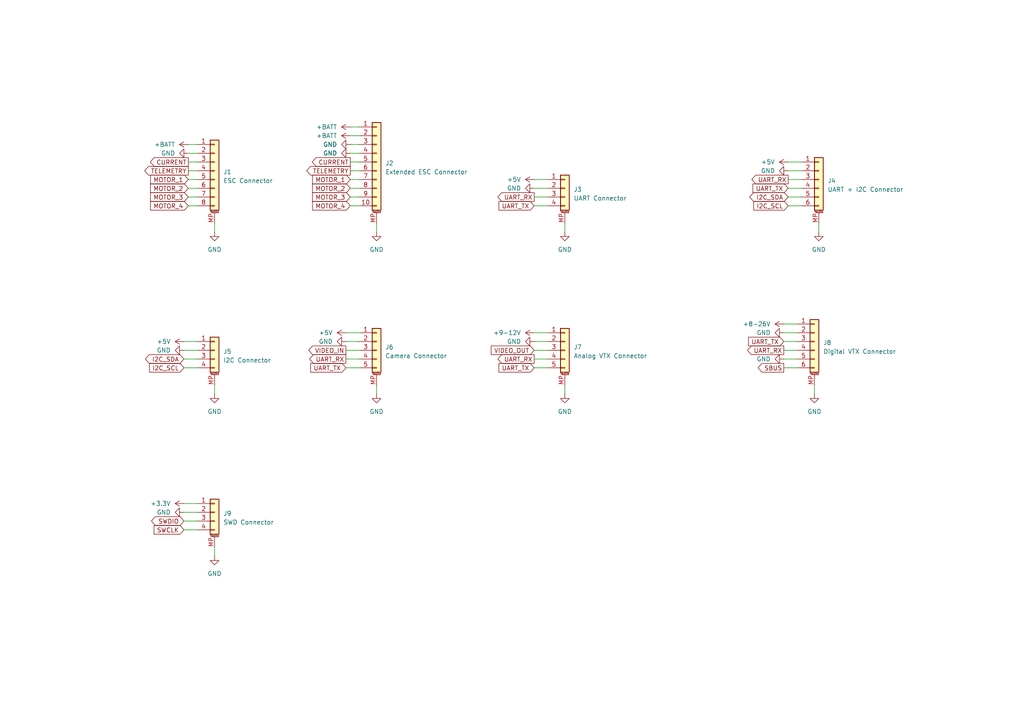
<source format=kicad_sch>
(kicad_sch (version 20231120) (generator "eeschema") (generator_version "8.0")
  (paper "A4")
  (title_block (title "Betaflight Connector Standard Reference") (date "2025-05-08") (rev "1") (company "Betaflight"))
  (lib_symbols
    (symbol "Connector_Generic_MountingPin:Conn_01x04_MountingPin" (pin_names (offset 1.016) hide)
      (property "Reference" "J" (at 0 5.08 0))
      (property "Value" "Conn_01x04_MountingPin" (at 1.27 -7.62 0))
      (symbol "Conn_01x04_MountingPin_1_1"
        (rectangle (start -1.27 -4.953) (end 0 -5.207) (stroke (width 0.1524)))
        (rectangle (start -1.27 -2.413) (end 0 -2.667) (stroke (width 0.1524)))
        (rectangle (start -1.27 0.127) (end 0 -0.127) (stroke (width 0.1524)))
        (rectangle (start -1.27 2.667) (end 0 2.413) (stroke (width 0.1524)))
        (rectangle (start -1.27 3.81) (end 1.27 -6.35) (stroke (width 0.254)) (fill (type background)))
        (polyline (pts (xy -1.016 -7.112) (xy 1.016 -7.112)) (stroke (width 0.1524)))
        (text "Mounting" (at 0 -6.731 0) (effects (font (size 0.381 0.381))))
        (pin passive line (at -5.08 2.54 0) (length 3.81) (name "Pin_1") (number "1"))
        (pin passive line (at -5.08 0 0) (length 3.81) (name "Pin_2") (number "2"))
        (pin passive line (at -5.08 -2.54 0) (length 3.81) (name "Pin_3") (number "3"))
        (pin passive line (at -5.08 -5.08 0) (length 3.81) (name "Pin_4") (number "4"))
        (pin passive line (at 0 -10.16 90) (length 3.048) (name "MountPin") (number "MP"))
      )
    )
    (symbol "Connector_Generic_MountingPin:Conn_01x05_MountingPin" (pin_names (offset 1.016) hide)
      (property "Reference" "J" (at 0 7.62 0))
      (property "Value" "Conn_01x05_MountingPin" (at 1.27 -7.62 0))
      (symbol "Conn_01x05_MountingPin_1_1"
        (rectangle (start -1.27 -4.953) (end 0 -5.207) (stroke (width 0.1524)))
        (rectangle (start -1.27 -2.413) (end 0 -2.667) (stroke (width 0.1524)))
        (rectangle (start -1.27 0.127) (end 0 -0.127) (stroke (width 0.1524)))
        (rectangle (start -1.27 2.667) (end 0 2.413) (stroke (width 0.1524)))
        (rectangle (start -1.27 5.207) (end 0 4.953) (stroke (width 0.1524)))
        (rectangle (start -1.27 6.35) (end 1.27 -6.35) (stroke (width 0.254)) (fill (type background)))
        (polyline (pts (xy -1.016 -7.112) (xy 1.016 -7.112)) (stroke (width 0.1524)))
        (text "Mounting" (at 0 -6.731 0) (effects (font (size 0.381 0.381))))
        (pin passive line (at -5.08 5.08 0) (length 3.81) (name "Pin_1") (number "1"))
        (pin passive line (at -5.08 2.54 0) (length 3.81) (name "Pin_2") (number "2"))
        (pin passive line (at -5.08 0 0) (length 3.81) (name "Pin_3") (number "3"))
        (pin passive line (at -5.08 -2.54 0) (length 3.81) (name "Pin_4") (number "4"))
        (pin passive line (at -5.08 -5.08 0) (length 3.81) (name "Pin_5") (number "5"))
        (pin passive line (at 0 -10.16 90) (length 3.048) (name "MountPin") (number "MP"))
      )
    )
    (symbol "Connector_Generic_MountingPin:Conn_01x06_MountingPin" (pin_names (offset 1.016) hide)
      (property "Reference" "J" (at 0 7.62 0))
      (property "Value" "Conn_01x06_MountingPin" (at 1.27 -10.16 0))
      (symbol "Conn_01x06_MountingPin_1_1"
        (rectangle (start -1.27 -7.493) (end 0 -7.747) (stroke (width 0.1524)))
        (rectangle (start -1.27 -4.953) (end 0 -5.207) (stroke (width 0.1524)))
        (rectangle (start -1.27 -2.413) (end 0 -2.667) (stroke (width 0.1524)))
        (rectangle (start -1.27 0.127) (end 0 -0.127) (stroke (width 0.1524)))
        (rectangle (start -1.27 2.667) (end 0 2.413) (stroke (width 0.1524)))
        (rectangle (start -1.27 5.207) (end 0 4.953) (stroke (width 0.1524)))
        (rectangle (start -1.27 6.35) (end 1.27 -8.89) (stroke (width 0.254)) (fill (type background)))
        (polyline (pts (xy -1.016 -9.652) (xy 1.016 -9.652)) (stroke (width 0.1524)))
        (text "Mounting" (at 0 -9.271 0) (effects (font (size 0.381 0.381))))
        (pin passive line (at -5.08 5.08 0) (length 3.81) (name "Pin_1") (number "1"))
        (pin passive line (at -5.08 2.54 0) (length 3.81) (name "Pin_2") (number "2"))
        (pin passive line (at -5.08 0 0) (length 3.81) (name "Pin_3") (number "3"))
        (pin passive line (at -5.08 -2.54 0) (length 3.81) (name "Pin_4") (number "4"))
        (pin passive line (at -5.08 -5.08 0) (length 3.81) (name "Pin_5") (number "5"))
        (pin passive line (at -5.08 -7.62 0) (length 3.81) (name "Pin_6") (number "6"))
        (pin passive line (at 0 -12.7 90) (length 3.048) (name "MountPin") (number "MP"))
      )
    )
    (symbol "Connector_Generic_MountingPin:Conn_01x08_MountingPin" (pin_names (offset 1.016) hide)
      (property "Reference" "J" (at 0 10.16 0))
      (property "Value" "Conn_01x08_MountingPin" (at 1.27 -12.7 0))
      (symbol "Conn_01x08_MountingPin_1_1"
        (rectangle (start -1.27 -10.033) (end 0 -10.287) (stroke (width 0.1524)))
        (rectangle (start -1.27 -7.493) (end 0 -7.747) (stroke (width 0.1524)))
        (rectangle (start -1.27 -4.953) (end 0 -5.207) (stroke (width 0.1524)))
        (rectangle (start -1.27 -2.413) (end 0 -2.667) (stroke (width 0.1524)))
        (rectangle (start -1.27 0.127) (end 0 -0.127) (stroke (width 0.1524)))
        (rectangle (start -1.27 2.667) (end 0 2.413) (stroke (width 0.1524)))
        (rectangle (start -1.27 5.207) (end 0 4.953) (stroke (width 0.1524)))
        (rectangle (start -1.27 7.747) (end 0 7.493) (stroke (width 0.1524)))
        (rectangle (start -1.27 8.89) (end 1.27 -11.43) (stroke (width 0.254)) (fill (type background)))
        (polyline (pts (xy -1.016 -12.192) (xy 1.016 -12.192)) (stroke (width 0.1524)))
        (text "Mounting" (at 0 -11.811 0) (effects (font (size 0.381 0.381))))
        (pin passive line (at -5.08 7.62 0) (length 3.81) (name "Pin_1") (number "1"))
        (pin passive line (at -5.08 5.08 0) (length 3.81) (name "Pin_2") (number "2"))
        (pin passive line (at -5.08 2.54 0) (length 3.81) (name "Pin_3") (number "3"))
        (pin passive line (at -5.08 0 0) (length 3.81) (name "Pin_4") (number "4"))
        (pin passive line (at -5.08 -2.54 0) (length 3.81) (name "Pin_5") (number "5"))
        (pin passive line (at -5.08 -5.08 0) (length 3.81) (name "Pin_6") (number "6"))
        (pin passive line (at -5.08 -7.62 0) (length 3.81) (name "Pin_7") (number "7"))
        (pin passive line (at -5.08 -10.16 0) (length 3.81) (name "Pin_8") (number "8"))
        (pin passive line (at 0 -15.24 90) (length 3.048) (name "MountPin") (number "MP"))
      )
    )
    (symbol "Connector_Generic_MountingPin:Conn_01x10_MountingPin" (pin_names (offset 1.016) hide)
      (property "Reference" "J" (at 0 12.7 0))
      (property "Value" "Conn_01x10_MountingPin" (at 1.27 -15.24 0))
      (symbol "Conn_01x10_MountingPin_1_1"
        (rectangle (start -1.27 -12.573) (end 0 -12.827) (stroke (width 0.1524)))
        (rectangle (start -1.27 -10.033) (end 0 -10.287) (stroke (width 0.1524)))
        (rectangle (start -1.27 -7.493) (end 0 -7.747) (stroke (width 0.1524)))
        (rectangle (start -1.27 -4.953) (end 0 -5.207) (stroke (width 0.1524)))
        (rectangle (start -1.27 -2.413) (end 0 -2.667) (stroke (width 0.1524)))
        (rectangle (start -1.27 0.127) (end 0 -0.127) (stroke (width 0.1524)))
        (rectangle (start -1.27 2.667) (end 0 2.413) (stroke (width 0.1524)))
        (rectangle (start -1.27 5.207) (end 0 4.953) (stroke (width 0.1524)))
        (rectangle (start -1.27 7.747) (end 0 7.493) (stroke (width 0.1524)))
        (rectangle (start -1.27 10.287) (end 0 10.033) (stroke (width 0.1524)))
        (rectangle (start -1.27 11.43) (end 1.27 -13.97) (stroke (width 0.254)) (fill (type background)))
        (polyline (pts (xy -1.016 -14.732) (xy 1.016 -14.732)) (stroke (width 0.1524)))
        (text "Mounting" (at 0 -14.351 0) (effects (font (size 0.381 0.381))))
        (pin passive line (at -5.08 10.16 0) (length 3.81) (name "Pin_1") (number "1"))
        (pin passive line (at -5.08 -12.7 0) (length 3.81) (name "Pin_10") (number "10"))
        (pin passive line (at -5.08 7.62 0) (length 3.81) (name "Pin_2") (number "2"))
        (pin passive line (at -5.08 5.08 0) (length 3.81) (name "Pin_3") (number "3"))
        (pin passive line (at -5.08 2.54 0) (length 3.81) (name "Pin_4") (number "4"))
        (pin passive line (at -5.08 0 0) (length 3.81) (name "Pin_5") (number "5"))
        (pin passive line (at -5.08 -2.54 0) (length 3.81) (name "Pin_6") (number "6"))
        (pin passive line (at -5.08 -5.08 0) (length 3.81) (name "Pin_7") (number "7"))
        (pin passive line (at -5.08 -7.62 0) (length 3.81) (name "Pin_8") (number "8"))
        (pin passive line (at -5.08 -10.16 0) (length 3.81) (name "Pin_9") (number "9"))
        (pin passive line (at 0 -17.78 90) (length 3.048) (name "MountPin") (number "MP"))
      )
    )
    (symbol "power:+5V" (power) (pin_numbers hide) (pin_names (offset 0) hide)
      (property "Value" "+5V" (at 0 3.556 0))
      (symbol "+5V_0_1"
        (polyline (pts (xy -0.762 1.27) (xy 0 2.54)))
        (polyline (pts (xy 0 0) (xy 0 2.54)))
        (polyline (pts (xy 0 2.54) (xy 0.762 1.27)))
      )
      (symbol "+5V_1_1"
        (pin power_in line (at 0 0 90) (length 0) (name "~") (number "1"))
      )
    )
    (symbol "power:+BATT" (power) (pin_numbers hide) (pin_names (offset 0) hide)
      (property "Value" "+BATT" (at 0 3.556 0))
      (symbol "+BATT_0_1"
        (polyline (pts (xy -0.762 1.27) (xy 0 2.54)))
        (polyline (pts (xy 0 0) (xy 0 2.54)))
        (polyline (pts (xy 0 2.54) (xy 0.762 1.27)))
      )
      (symbol "+BATT_1_1"
        (pin power_in line (at 0 0 90) (length 0) (name "~") (number "1"))
      )
    )
    (symbol "power:GND" (power) (pin_numbers hide) (pin_names (offset 0) hide)
      (property "Value" "GND" (at 0 -3.81 0))
      (symbol "GND_0_1"
        (polyline (pts (xy 0 0) (xy 0 -1.27) (xy 1.27 -1.27) (xy 0 -2.54) (xy -1.27 -1.27) (xy 0 -1.27)))
      )
      (symbol "GND_1_1"
        (pin power_in line (at 0 0 270) (length 0) (name "~") (number "1"))
      )
    )
  )
  (wire (pts (xy 109.22 111.76) (xy 109.22 114.3)))
  (wire (pts (xy 154.94 101.6) (xy 158.75 101.6)))
  (wire (pts (xy 54.61 59.69) (xy 57.15 59.69)))
  (wire (pts (xy 101.6 39.37) (xy 104.14 39.37)))
  (wire (pts (xy 101.6 44.45) (xy 104.14 44.45)))
  (wire (pts (xy 54.61 44.45) (xy 57.15 44.45)))
  (wire (pts (xy 54.61 57.15) (xy 57.15 57.15)))
  (wire (pts (xy 154.94 106.68) (xy 158.75 106.68)))
  (wire (pts (xy 54.61 49.53) (xy 57.15 49.53)))
  (wire (pts (xy 62.23 158.75) (xy 62.23 161.29)))
  (wire (pts (xy 101.6 54.61) (xy 104.14 54.61)))
  (wire (pts (xy 101.6 41.91) (xy 104.14 41.91)))
  (wire (pts (xy 54.61 52.07) (xy 57.15 52.07)))
  (wire (pts (xy 101.6 49.53) (xy 104.14 49.53)))
  (wire (pts (xy 228.6 57.15) (xy 232.41 57.15)))
  (wire (pts (xy 101.6 59.69) (xy 104.14 59.69)))
  (wire (pts (xy 54.61 41.91) (xy 57.15 41.91)))
  (wire (pts (xy 101.6 57.15) (xy 104.14 57.15)))
  (wire (pts (xy 154.94 52.07) (xy 158.75 52.07)))
  (wire (pts (xy 227.33 99.06) (xy 231.14 99.06)))
  (wire (pts (xy 227.33 101.6) (xy 231.14 101.6)))
  (wire (pts (xy 154.94 57.15) (xy 158.75 57.15)))
  (wire (pts (xy 101.6 52.07) (xy 104.14 52.07)))
  (wire (pts (xy 227.33 93.98) (xy 231.14 93.98)))
  (wire (pts (xy 163.83 64.77) (xy 163.83 67.31)))
  (wire (pts (xy 228.6 46.99) (xy 232.41 46.99)))
  (wire (pts (xy 228.6 49.53) (xy 232.41 49.53)))
  (wire (pts (xy 163.83 111.76) (xy 163.83 114.3)))
  (wire (pts (xy 154.94 96.52) (xy 158.75 96.52)))
  (wire (pts (xy 54.61 54.61) (xy 57.15 54.61)))
  (wire (pts (xy 227.33 96.52) (xy 231.14 96.52)))
  (wire (pts (xy 100.33 96.52) (xy 104.14 96.52)))
  (wire (pts (xy 227.33 106.68) (xy 231.14 106.68)))
  (wire (pts (xy 100.33 104.14) (xy 104.14 104.14)))
  (wire (pts (xy 101.6 46.99) (xy 104.14 46.99)))
  (wire (pts (xy 228.6 59.69) (xy 232.41 59.69)))
  (wire (pts (xy 100.33 101.6) (xy 104.14 101.6)))
  (wire (pts (xy 53.34 101.6) (xy 57.15 101.6)))
  (wire (pts (xy 154.94 104.14) (xy 158.75 104.14)))
  (wire (pts (xy 53.34 104.14) (xy 57.15 104.14)))
  (wire (pts (xy 227.33 104.14) (xy 231.14 104.14)))
  (wire (pts (xy 100.33 106.68) (xy 104.14 106.68)))
  (wire (pts (xy 154.94 99.06) (xy 158.75 99.06)))
  (wire (pts (xy 109.22 64.77) (xy 109.22 67.31)))
  (wire (pts (xy 53.34 148.59) (xy 57.15 148.59)))
  (wire (pts (xy 53.34 99.06) (xy 57.15 99.06)))
  (wire (pts (xy 53.34 153.67) (xy 57.15 153.67)))
  (wire (pts (xy 154.94 59.69) (xy 158.75 59.69)))
  (wire (pts (xy 53.34 151.13) (xy 57.15 151.13)))
  (wire (pts (xy 53.34 146.05) (xy 57.15 146.05)))
  (wire (pts (xy 236.22 111.76) (xy 236.22 114.3)))
  (wire (pts (xy 228.6 54.61) (xy 232.41 54.61)))
  (wire (pts (xy 53.34 106.68) (xy 57.15 106.68)))
  (wire (pts (xy 101.6 36.83) (xy 104.14 36.83)))
  (wire (pts (xy 62.23 111.76) (xy 62.23 114.3)))
  (wire (pts (xy 54.61 46.99) (xy 57.15 46.99)))
  (wire (pts (xy 237.49 64.77) (xy 237.49 67.31)))
  (wire (pts (xy 100.33 99.06) (xy 104.14 99.06)))
  (wire (pts (xy 62.23 64.77) (xy 62.23 67.31)))
  (wire (pts (xy 154.94 54.61) (xy 158.75 54.61)))
  (wire (pts (xy 228.6 52.07) (xy 232.41 52.07)))
  (global_label "VIDEO_IN" (shape output) (at 100.33 101.6 180) (property "Intersheetrefs" "${INTERSHEET_REFS}" (effects (hide yes))))
  (global_label "UART_RX" (shape output) (at 154.94 57.15 180) (property "Intersheetrefs" "${INTERSHEET_REFS}" (effects (hide yes))))
  (global_label "UART_TX" (shape input) (at 227.33 99.06 180) (property "Intersheetrefs" "${INTERSHEET_REFS}" (effects (hide yes))))
  (global_label "UART_TX" (shape input) (at 228.6 54.61 180) (property "Intersheetrefs" "${INTERSHEET_REFS}" (effects (hide yes))))
  (global_label "I2C_SCL" (shape input) (at 228.6 59.69 180) (property "Intersheetrefs" "${INTERSHEET_REFS}" (effects (hide yes))))
  (global_label "MOTOR_4" (shape input) (at 101.6 59.69 180) (property "Intersheetrefs" "${INTERSHEET_REFS}" (effects (hide yes))))
  (global_label "SBUS" (shape output) (at 227.33 106.68 180) (property "Intersheetrefs" "${INTERSHEET_REFS}" (effects (hide yes))))
  (global_label "SWCLK" (shape input) (at 53.34 153.67 180) (property "Intersheetrefs" "${INTERSHEET_REFS}" (effects (hide yes))))
  (global_label "SWDIO" (shape bidirectional) (at 53.34 151.13 180) (property "Intersheetrefs" "${INTERSHEET_REFS}" (effects (hide yes))))
  (global_label "UART_TX" (shape input) (at 154.94 59.69 180) (property "Intersheetrefs" "${INTERSHEET_REFS}" (effects (hide yes))))
  (global_label "UART_RX" (shape output) (at 228.6 52.07 180) (property "Intersheetrefs" "${INTERSHEET_REFS}" (effects (hide yes))))
  (global_label "UART_RX" (shape output) (at 154.94 104.14 180) (property "Intersheetrefs" "${INTERSHEET_REFS}" (effects (hide yes))))
  (global_label "VIDEO_OUT" (shape input) (at 154.94 101.6 180) (property "Intersheetrefs" "${INTERSHEET_REFS}" (effects (hide yes))))
  (global_label "UART_TX" (shape input) (at 154.94 106.68 180) (property "Intersheetrefs" "${INTERSHEET_REFS}" (effects (hide yes))))
  (global_label "CURRENT" (shape output) (at 101.6 46.99 180) (property "Intersheetrefs" "${INTERSHEET_REFS}" (effects (hide yes))))
  (global_label "MOTOR_1" (shape input) (at 101.6 52.07 180) (property "Intersheetrefs" "${INTERSHEET_REFS}" (effects (hide yes))))
  (global_label "MOTOR_1" (shape input) (at 54.61 52.07 180) (property "Intersheetrefs" "${INTERSHEET_REFS}" (effects (hide yes))))
  (global_label "I2C_SCL" (shape input) (at 53.34 106.68 180) (property "Intersheetrefs" "${INTERSHEET_REFS}" (effects (hide yes))))
  (global_label "UART_RX" (shape output) (at 100.33 104.14 180) (property "Intersheetrefs" "${INTERSHEET_REFS}" (effects (hide yes))))
  (global_label "TELEMETRY" (shape output) (at 101.6 49.53 180) (property "Intersheetrefs" "${INTERSHEET_REFS}" (effects (hide yes))))
  (global_label "CURRENT" (shape output) (at 54.61 46.99 180) (property "Intersheetrefs" "${INTERSHEET_REFS}" (effects (hide yes))))
  (global_label "I2C_SDA" (shape bidirectional) (at 53.34 104.14 180) (property "Intersheetrefs" "${INTERSHEET_REFS}" (effects (hide yes))))
  (global_label "MOTOR_3" (shape input) (at 101.6 57.15 180) (property "Intersheetrefs" "${INTERSHEET_REFS}" (effects (hide yes))))
  (global_label "UART_TX" (shape input) (at 100.33 106.68 180) (property "Intersheetrefs" "${INTERSHEET_REFS}" (effects (hide yes))))
  (global_label "TELEMETRY" (shape output) (at 54.61 49.53 180) (property "Intersheetrefs" "${INTERSHEET_REFS}" (effects (hide yes))))
  (global_label "MOTOR_2" (shape input) (at 54.61 54.61 180) (property "Intersheetrefs" "${INTERSHEET_REFS}" (effects (hide yes))))
  (global_label "MOTOR_3" (shape input) (at 54.61 57.15 180) (property "Intersheetrefs" "${INTERSHEET_REFS}" (effects (hide yes))))
  (global_label "I2C_SDA" (shape bidirectional) (at 228.6 57.15 180) (property "Intersheetrefs" "${INTERSHEET_REFS}" (effects (hide yes))))
  (global_label "MOTOR_4" (shape input) (at 54.61 59.69 180) (property "Intersheetrefs" "${INTERSHEET_REFS}" (effects (hide yes))))
  (global_label "MOTOR_2" (shape input) (at 101.6 54.61 180) (property "Intersheetrefs" "${INTERSHEET_REFS}" (effects (hide yes))))
  (global_label "UART_RX" (shape output) (at 227.33 101.6 180) (property "Intersheetrefs" "${INTERSHEET_REFS}" (effects (hide yes))))
  (symbol (lib_id "Connector_Generic_MountingPin:Conn_01x08_MountingPin") (at 62.23 49.53 0) (unit 1)
    (property "Reference" "J1" (at 64.77 49.8855 0) (effects (justify left)))
    (property "Value" "ESC Connector" (at 64.77 52.4255 0) (effects (justify left)))
    (property "Footprint" "Connector_JST:JST_SH_SM08B-SRSS-TB_1x08-1MP_P1.00mm_Horizontal" (effects (hide yes)))
    (property "Description" "Generic connectable mounting pin connector, single row, 01x08, script generated (kicad-library-utils/schlib/autogen/connector/)" (effects (hide yes)))
  )
  (symbol (lib_id "power:GND") (at 228.6 49.53 270) (unit 1)
    (property "Reference" "#PWR014" (effects (hide yes)))
    (property "Value" "GND" (at 224.79 49.5299 90) (effects (justify right)))
    (property "Description" "Power symbol creates a global label with name \"GND\" , ground" (effects (hide yes)))
  )
  (symbol (lib_id "power:GND") (at 54.61 44.45 270) (unit 1)
    (property "Reference" "#PWR02" (effects (hide yes)))
    (property "Value" "GND" (at 50.8 44.4499 90) (effects (justify right)))
    (property "Description" "Power symbol creates a global label with name \"GND\" , ground" (effects (hide yes)))
  )
  (symbol (lib_id "power:GND") (at 101.6 44.45 270) (unit 1)
    (property "Reference" "#PWR07" (effects (hide yes)))
    (property "Value" "GND" (at 97.79 44.4499 90) (effects (justify right)))
    (property "Description" "Power symbol creates a global label with name \"GND\" , ground" (effects (hide yes)))
  )
  (symbol (lib_id "power:+BATT") (at 101.6 36.83 90) (unit 1)
    (property "Reference" "#PWR04" (effects (hide yes)))
    (property "Value" "+BATT" (at 97.79 36.8299 90) (effects (justify left)))
    (property "Description" "Power symbol creates a global label with name \"+BATT\"" (effects (hide yes)))
  )
  (symbol (lib_id "power:GND") (at 53.34 101.6 270) (unit 1)
    (property "Reference" "#PWR016" (effects (hide yes)))
    (property "Value" "GND" (at 49.53 101.5999 90) (effects (justify right)))
    (property "Description" "Power symbol creates a global label with name \"GND\" , ground" (effects (hide yes)))
  )
  (symbol (lib_id "power:GND") (at 62.23 114.3 0) (unit 1)
    (property "Reference" "#PWR017" (effects (hide yes)))
    (property "Value" "GND" (at 62.23 119.38 0))
    (property "Description" "Power symbol creates a global label with name \"GND\" , ground" (effects (hide yes)))
  )
  (symbol (lib_id "Connector_Generic_MountingPin:Conn_01x04_MountingPin") (at 62.23 101.6 0) (unit 1)
    (property "Reference" "J5" (at 64.77 101.9555 0) (effects (justify left)))
    (property "Value" "I2C Connector" (at 64.77 104.4955 0) (effects (justify left)))
    (property "Footprint" "Connector_JST:JST_SH_SM04B-SRSS-TB_1x04-1MP_P1.00mm_Horizontal" (effects (hide yes)))
    (property "Description" "Generic connectable mounting pin connector, single row, 01x04, script generated (kicad-library-utils/schlib/autogen/connector/)" (effects (hide yes)))
  )
  (symbol (lib_id "power:GND") (at 101.6 41.91 270) (unit 1)
    (property "Reference" "#PWR05" (effects (hide yes)))
    (property "Value" "GND" (at 97.79 41.9099 90) (effects (justify right)))
    (property "Description" "Power symbol creates a global label with name \"GND\" , ground" (effects (hide yes)))
  )
  (symbol (lib_id "power:GND") (at 163.83 67.31 0) (unit 1)
    (property "Reference" "#PWR011" (effects (hide yes)))
    (property "Value" "GND" (at 163.83 72.39 0))
    (property "Description" "Power symbol creates a global label with name \"GND\" , ground" (effects (hide yes)))
  )
  (symbol (lib_id "power:+5V") (at 53.34 99.06 90) (unit 1)
    (property "Reference" "#PWR015" (effects (hide yes)))
    (property "Value" "+5V" (at 49.53 99.0599 90) (effects (justify left)))
    (property "Description" "Power symbol creates a global label with name \"+5V\"" (effects (hide yes)))
  )
  (symbol (lib_id "power:GND") (at 154.94 54.61 270) (unit 1)
    (property "Reference" "#PWR010" (effects (hide yes)))
    (property "Value" "GND" (at 151.13 54.6099 90) (effects (justify right)))
    (property "Description" "Power symbol creates a global label with name \"GND\" , ground" (effects (hide yes)))
  )
  (symbol (lib_id "power:+5V") (at 154.94 96.52 90) (unit 1)
    (property "Reference" "#PWR021" (effects (hide yes)))
    (property "Value" "+9-12V" (at 151.13 96.5199 90) (effects (justify left)))
    (property "Description" "Power symbol creates a global label with name \"+5V\"" (effects (hide yes)))
  )
  (symbol (lib_id "power:+5V") (at 228.6 46.99 90) (unit 1)
    (property "Reference" "#PWR013" (effects (hide yes)))
    (property "Value" "+5V" (at 224.79 46.9899 90) (effects (justify left)))
    (property "Description" "Power symbol creates a global label with name \"+5V\"" (effects (hide yes)))
  )
  (symbol (lib_id "Connector_Generic_MountingPin:Conn_01x05_MountingPin") (at 109.22 101.6 0) (unit 1)
    (property "Reference" "J6" (at 111.76 100.6855 0) (effects (justify left)))
    (property "Value" "Camera Connector" (at 111.76 103.2255 0) (effects (justify left)))
    (property "Footprint" "Connector_JST:JST_SH_SM05B-SRSS-TB_1x05-1MP_P1.00mm_Horizontal" (effects (hide yes)))
    (property "Description" "Generic connectable mounting pin connector, single row, 01x05, script generated (kicad-library-utils/schlib/autogen/connector/)" (effects (hide yes)))
  )
  (symbol (lib_id "power:+BATT") (at 54.61 41.91 90) (unit 1)
    (property "Reference" "#PWR01" (effects (hide yes)))
    (property "Value" "+BATT" (at 50.8 41.9099 90) (effects (justify left)))
    (property "Description" "Power symbol creates a global label with name \"+BATT\"" (effects (hide yes)))
  )
  (symbol (lib_id "power:GND") (at 236.22 114.3 0) (unit 1)
    (property "Reference" "#PWR027" (effects (hide yes)))
    (property "Value" "GND" (at 236.22 119.38 0))
    (property "Description" "Power symbol creates a global label with name \"GND\" , ground" (effects (hide yes)))
  )
  (symbol (lib_id "power:+5V") (at 227.33 93.98 90) (unit 1)
    (property "Reference" "#PWR024" (effects (hide yes)))
    (property "Value" "+8-26V" (at 223.52 93.9799 90) (effects (justify left)))
    (property "Description" "Power symbol creates a global label with name \"+5V\"" (effects (hide yes)))
  )
  (symbol (lib_id "Connector_Generic_MountingPin:Conn_01x05_MountingPin") (at 163.83 101.6 0) (unit 1)
    (property "Reference" "J7" (at 166.37 100.6855 0) (effects (justify left)))
    (property "Value" "Analog VTX Connector" (at 166.37 103.2255 0) (effects (justify left)))
    (property "Footprint" "Connector_JST:JST_SH_SM05B-SRSS-TB_1x05-1MP_P1.00mm_Horizontal" (effects (hide yes)))
    (property "Description" "Generic connectable mounting pin connector, single row, 01x05, script generated (kicad-library-utils/schlib/autogen/connector/)" (effects (hide yes)))
  )
  (symbol (lib_id "power:GND") (at 227.33 96.52 270) (unit 1)
    (property "Reference" "#PWR025" (effects (hide yes)))
    (property "Value" "GND" (at 223.52 96.5199 90) (effects (justify right)))
    (property "Description" "Power symbol creates a global label with name \"GND\" , ground" (effects (hide yes)))
  )
  (symbol (lib_id "power:GND") (at 227.33 104.14 270) (unit 1)
    (property "Reference" "#PWR026" (effects (hide yes)))
    (property "Value" "GND" (at 223.52 104.1399 90) (effects (justify right)))
    (property "Description" "Power symbol creates a global label with name \"GND\" , ground" (effects (hide yes)))
  )
  (symbol (lib_id "Connector_Generic_MountingPin:Conn_01x06_MountingPin") (at 236.22 99.06 0) (unit 1)
    (property "Reference" "J8" (at 238.76 99.4155 0) (effects (justify left)))
    (property "Value" "Digital VTX Connector" (at 238.76 101.9555 0) (effects (justify left)))
    (property "Footprint" "Connector_JST:JST_SH_SM06B-SRSS-TB_1x06-1MP_P1.00mm_Horizontal" (effects (hide yes)))
    (property "Description" "Generic connectable mounting pin connector, single row, 01x06, script generated (kicad-library-utils/schlib/autogen/connector/)" (effects (hide yes)))
  )
  (symbol (lib_id "Connector_Generic_MountingPin:Conn_01x04_MountingPin") (at 163.83 54.61 0) (unit 1)
    (property "Reference" "J3" (at 166.37 54.9655 0) (effects (justify left)))
    (property "Value" "UART Connector" (at 166.37 57.5055 0) (effects (justify left)))
    (property "Footprint" "Connector_JST:JST_SH_SM04B-SRSS-TB_1x04-1MP_P1.00mm_Horizontal" (effects (hide yes)))
    (property "Description" "Generic connectable mounting pin connector, single row, 01x04, script generated (kicad-library-utils/schlib/autogen/connector/)" (effects (hide yes)))
  )
  (symbol (lib_id "power:GND") (at 62.23 67.31 0) (unit 1)
    (property "Reference" "#PWR03" (effects (hide yes)))
    (property "Value" "GND" (at 62.23 72.39 0))
    (property "Description" "Power symbol creates a global label with name \"GND\" , ground" (effects (hide yes)))
  )
  (symbol (lib_id "power:+5V") (at 154.94 52.07 90) (unit 1)
    (property "Reference" "#PWR09" (effects (hide yes)))
    (property "Value" "+5V" (at 151.13 52.0699 90) (effects (justify left)))
    (property "Description" "Power symbol creates a global label with name \"+5V\"" (effects (hide yes)))
  )
  (symbol (lib_id "power:GND") (at 53.34 148.59 270) (unit 1)
    (property "Reference" "#PWR029" (effects (hide yes)))
    (property "Value" "GND" (at 49.53 148.5899 90) (effects (justify right)))
    (property "Description" "Power symbol creates a global label with name \"GND\" , ground" (effects (hide yes)))
  )
  (symbol (lib_id "Connector_Generic_MountingPin:Conn_01x04_MountingPin") (at 62.23 148.59 0) (unit 1)
    (property "Reference" "J9" (at 64.77 148.9455 0) (effects (justify left)))
    (property "Value" "SWD Connector" (at 64.77 151.4855 0) (effects (justify left)))
    (property "Footprint" "Connector_JST:JST_SH_SM04B-SRSS-TB_1x04-1MP_P1.00mm_Horizontal" (effects (hide yes)))
    (property "Description" "Generic connectable mounting pin connector, single row, 01x04, script generated (kicad-library-utils/schlib/autogen/connector/)" (effects (hide yes)))
  )
  (symbol (lib_id "Connector_Generic_MountingPin:Conn_01x10_MountingPin") (at 109.22 46.99 0) (unit 1)
    (property "Reference" "J2" (at 111.76 47.3455 0) (effects (justify left)))
    (property "Value" "Extended ESC Connector" (at 111.76 49.8855 0) (effects (justify left)))
    (property "Footprint" "Connector_JST:JST_SH_SM10B-SRSS-TB_1x10-1MP_P1.00mm_Horizontal" (effects (hide yes)))
    (property "Description" "Generic connectable mounting pin connector, single row, 01x10, script generated (kicad-library-utils/schlib/autogen/connector/)" (effects (hide yes)))
  )
  (symbol (lib_id "power:GND") (at 163.83 114.3 0) (unit 1)
    (property "Reference" "#PWR023" (effects (hide yes)))
    (property "Value" "GND" (at 163.83 119.38 0))
    (property "Description" "Power symbol creates a global label with name \"GND\" , ground" (effects (hide yes)))
  )
  (symbol (lib_id "power:GND") (at 154.94 99.06 270) (unit 1)
    (property "Reference" "#PWR022" (effects (hide yes)))
    (property "Value" "GND" (at 151.13 99.0599 90) (effects (justify right)))
    (property "Description" "Power symbol creates a global label with name \"GND\" , ground" (effects (hide yes)))
  )
  (symbol (lib_id "power:+BATT") (at 101.6 39.37 90) (unit 1)
    (property "Reference" "#PWR06" (effects (hide yes)))
    (property "Value" "+BATT" (at 97.79 39.3699 90) (effects (justify left)))
    (property "Description" "Power symbol creates a global label with name \"+BATT\"" (effects (hide yes)))
  )
  (symbol (lib_id "power:+5V") (at 100.33 96.52 90) (unit 1)
    (property "Reference" "#PWR018" (effects (hide yes)))
    (property "Value" "+5V" (at 96.52 96.5199 90) (effects (justify left)))
    (property "Description" "Power symbol creates a global label with name \"+5V\"" (effects (hide yes)))
  )
  (symbol (lib_id "power:GND") (at 237.49 67.31 0) (unit 1)
    (property "Reference" "#PWR012" (effects (hide yes)))
    (property "Value" "GND" (at 237.49 72.39 0))
    (property "Description" "Power symbol creates a global label with name \"GND\" , ground" (effects (hide yes)))
  )
  (symbol (lib_id "Connector_Generic_MountingPin:Conn_01x06_MountingPin") (at 237.49 52.07 0) (unit 1)
    (property "Reference" "J4" (at 240.03 52.4255 0) (effects (justify left)))
    (property "Value" "UART + I2C Connector" (at 240.03 54.9655 0) (effects (justify left)))
    (property "Footprint" "Connector_JST:JST_SH_SM06B-SRSS-TB_1x06-1MP_P1.00mm_Horizontal" (effects (hide yes)))
    (property "Description" "Generic connectable mounting pin connector, single row, 01x06, script generated (kicad-library-utils/schlib/autogen/connector/)" (effects (hide yes)))
  )
  (symbol (lib_id "power:GND") (at 109.22 67.31 0) (unit 1)
    (property "Reference" "#PWR08" (effects (hide yes)))
    (property "Value" "GND" (at 109.22 72.39 0))
    (property "Description" "Power symbol creates a global label with name \"GND\" , ground" (effects (hide yes)))
  )
  (symbol (lib_id "power:GND") (at 109.22 114.3 0) (unit 1)
    (property "Reference" "#PWR020" (effects (hide yes)))
    (property "Value" "GND" (at 109.22 119.38 0))
    (property "Description" "Power symbol creates a global label with name \"GND\" , ground" (effects (hide yes)))
  )
  (symbol (lib_id "power:GND") (at 100.33 99.06 270) (unit 1)
    (property "Reference" "#PWR019" (effects (hide yes)))
    (property "Value" "GND" (at 96.52 99.0599 90) (effects (justify right)))
    (property "Description" "Power symbol creates a global label with name \"GND\" , ground" (effects (hide yes)))
  )
  (symbol (lib_id "power:+5V") (at 53.34 146.05 90) (unit 1)
    (property "Reference" "#PWR028" (effects (hide yes)))
    (property "Value" "+3.3V" (at 49.53 146.0499 90) (effects (justify left)))
    (property "Description" "Power symbol creates a global label with name \"+5V\"" (effects (hide yes)))
  )
  (symbol (lib_id "power:GND") (at 62.23 161.29 0) (unit 1)
    (property "Reference" "#PWR030" (effects (hide yes)))
    (property "Value" "GND" (at 62.23 166.37 0))
    (property "Description" "Power symbol creates a global label with name \"GND\" , ground" (effects (hide yes)))
  )
)
</source>
